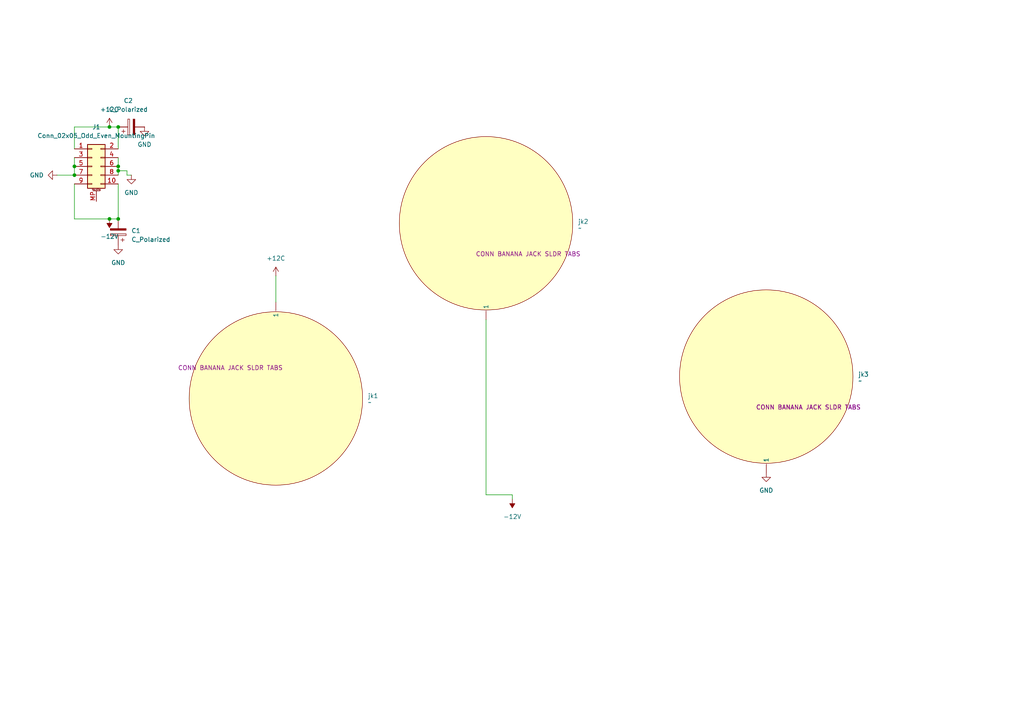
<source format=kicad_sch>
(kicad_sch (version 20231120) (generator "eeschema") (generator_version "8.0")
  (paper "A4")
  (lib_symbols
    (symbol "Connector_Generic_MountingPin:Conn_02x05_Odd_Even_MountingPin" (pin_names (offset 1.016) hide)
      (property "Reference" "J" (at 1.27 7.62 0))
      (property "Value" "Conn_02x05_Odd_Even_MountingPin" (at 2.54 -7.62 0))
      (symbol "Conn_02x05_Odd_Even_MountingPin_1_1"
        (rectangle (start -1.27 -4.953) (end 0 -5.207) (stroke (width 0.1524)))
        (rectangle (start -1.27 -2.413) (end 0 -2.667) (stroke (width 0.1524)))
        (rectangle (start -1.27 0.127) (end 0 -0.127) (stroke (width 0.1524)))
        (rectangle (start -1.27 2.667) (end 0 2.413) (stroke (width 0.1524)))
        (rectangle (start -1.27 5.207) (end 0 4.953) (stroke (width 0.1524)))
        (rectangle (start -1.27 6.35) (end 3.81 -6.35) (stroke (width 0.254)) (fill (type background)))
        (polyline (pts (xy 0.254 -7.112) (xy 2.286 -7.112)) (stroke (width 0.1524)))
        (rectangle (start 3.81 -4.953) (end 2.54 -5.207) (stroke (width 0.1524)))
        (rectangle (start 3.81 -2.413) (end 2.54 -2.667) (stroke (width 0.1524)))
        (rectangle (start 3.81 0.127) (end 2.54 -0.127) (stroke (width 0.1524)))
        (rectangle (start 3.81 2.667) (end 2.54 2.413) (stroke (width 0.1524)))
        (rectangle (start 3.81 5.207) (end 2.54 4.953) (stroke (width 0.1524)))
        (text "Mounting" (at 1.27 -6.731 0) (effects (font (size 0.381 0.381))))
        (pin passive line (at -5.08 5.08 0) (length 3.81) (name "Pin_1") (number "1"))
        (pin passive line (at 7.62 -5.08 180) (length 3.81) (name "Pin_10") (number "10"))
        (pin passive line (at 7.62 5.08 180) (length 3.81) (name "Pin_2") (number "2"))
        (pin passive line (at -5.08 2.54 0) (length 3.81) (name "Pin_3") (number "3"))
        (pin passive line (at 7.62 2.54 180) (length 3.81) (name "Pin_4") (number "4"))
        (pin passive line (at -5.08 0 0) (length 3.81) (name "Pin_5") (number "5"))
        (pin passive line (at 7.62 0 180) (length 3.81) (name "Pin_6") (number "6"))
        (pin passive line (at -5.08 -2.54 0) (length 3.81) (name "Pin_7") (number "7"))
        (pin passive line (at 7.62 -2.54 180) (length 3.81) (name "Pin_8") (number "8"))
        (pin passive line (at -5.08 -5.08 0) (length 3.81) (name "Pin_9") (number "9"))
        (pin passive line (at 1.27 -10.16 90) (length 3.048) (name "MountPin") (number "MP"))
      )
    )
    (symbol "Device:C_Polarized" (pin_numbers hide) (pin_names (offset 0.254))
      (property "Reference" "C" (at 0.635 2.54 0))
      (property "Value" "C_Polarized" (at 0.635 -2.54 0))
      (symbol "C_Polarized_0_1"
        (rectangle (start -2.286 0.508) (end 2.286 1.016))
        (polyline (pts (xy -1.778 2.286) (xy -0.762 2.286)))
        (polyline (pts (xy -1.27 2.794) (xy -1.27 1.778)))
        (rectangle (start 2.286 -0.508) (end -2.286 -1.016) (fill (type outline)))
      )
      (symbol "C_Polarized_1_1"
        (pin passive line (at 0 3.81 270) (length 2.794) (name "~") (number "1"))
        (pin passive line (at 0 -3.81 90) (length 2.794) (name "~") (number "2"))
      )
    )
    (symbol "adapterlib:bananaJack"
      (property "Reference" "jk" (at 0 0 0))
      (property "mfp#" "CONN BANANA JACK SLDR TABS " (at 0 0 0))
      (symbol "bananaJack_1_1"
        (circle (center -12.7 8.89) (radius 25.1447) (fill (type background)))
        (pin input line (at -12.7 -19.05 90) (length 2.54) (name "1") (number ""))
      )
    )
    (symbol "power:+12C" (power) (pin_numbers hide) (pin_names (offset 0) hide)
      (property "Value" "+12C" (at 0 3.556 0))
      (symbol "+12C_0_1"
        (polyline (pts (xy -0.762 1.27) (xy 0 2.54)))
        (polyline (pts (xy 0 0) (xy 0 2.54)))
        (polyline (pts (xy 0 2.54) (xy 0.762 1.27)))
      )
      (symbol "+12C_1_1"
        (pin power_in line (at 0 0 90) (length 0) (name "~") (number "1"))
      )
    )
    (symbol "power:-12V" (power) (pin_numbers hide) (pin_names (offset 0) hide)
      (property "Value" "-12V" (at 0 3.556 0))
      (symbol "-12V_0_0"
        (pin power_in line (at 0 0 90) (length 0) (name "~") (number "1"))
      )
      (symbol "-12V_0_1"
        (polyline (pts (xy 0 0) (xy 0 1.27) (xy 0.762 1.27) (xy 0 2.54) (xy -0.762 1.27) (xy 0 1.27)) (fill (type outline)))
      )
    )
    (symbol "power:GND" (power) (pin_numbers hide) (pin_names (offset 0) hide)
      (property "Value" "GND" (at 0 -3.81 0))
      (symbol "GND_0_1"
        (polyline (pts (xy 0 0) (xy 0 -1.27) (xy 1.27 -1.27) (xy 0 -2.54) (xy -1.27 -1.27) (xy 0 -1.27)))
      )
      (symbol "GND_1_1"
        (pin power_in line (at 0 0 270) (length 0) (name "~") (number "1"))
      )
    )
  )
  (junction (at 34.29 36.83))
  (junction (at 21.59 48.26))
  (junction (at 21.59 50.8))
  (junction (at 34.29 49.53))
  (junction (at 34.29 63.5))
  (junction (at 34.29 48.26))
  (junction (at 31.75 36.83))
  (junction (at 31.75 63.5))
  (wire (pts (xy 36.83 50.8) (xy 36.83 49.53)))
  (wire (pts (xy 21.59 45.72) (xy 21.59 48.26)))
  (wire (pts (xy 21.59 36.83) (xy 31.75 36.83)))
  (wire (pts (xy 21.59 53.34) (xy 21.59 63.5)))
  (wire (pts (xy 80.01 80.01) (xy 80.01 87.63)))
  (wire (pts (xy 36.83 49.53) (xy 34.29 49.53)))
  (wire (pts (xy 16.51 50.8) (xy 21.59 50.8)))
  (wire (pts (xy 31.75 63.5) (xy 34.29 63.5)))
  (wire (pts (xy 34.29 63.5) (xy 34.29 53.34)))
  (wire (pts (xy 140.97 143.51) (xy 140.97 92.71)))
  (wire (pts (xy 21.59 43.18) (xy 21.59 36.83)))
  (wire (pts (xy 34.29 36.83) (xy 34.29 43.18)))
  (wire (pts (xy 34.29 49.53) (xy 34.29 50.8)))
  (wire (pts (xy 34.29 48.26) (xy 34.29 49.53)))
  (wire (pts (xy 21.59 48.26) (xy 21.59 50.8)))
  (wire (pts (xy 21.59 63.5) (xy 31.75 63.5)))
  (wire (pts (xy 31.75 36.83) (xy 34.29 36.83)))
  (wire (pts (xy 38.1 50.8) (xy 36.83 50.8)))
  (wire (pts (xy 34.29 45.72) (xy 34.29 48.26)))
  (wire (pts (xy 140.97 143.51) (xy 148.59 143.51)))
  (wire (pts (xy 148.59 143.51) (xy 148.59 144.78)))
  (symbol (lib_id "power:+12C") (at 80.01 80.01 0) (unit 1)
    (property "Reference" "#PWR7" (effects (hide yes)))
    (property "Value" "+12C" (at 80.01 74.93 0))
    (property "Description" "Power symbol creates a global label with name \"+12C\"" (effects (hide yes)))
  )
  (symbol (lib_id "power:-12V") (at 31.75 63.5 180) (unit 1)
    (property "Reference" "#PWR3" (effects (hide yes)))
    (property "Value" "-12V" (at 31.75 68.58 0))
    (property "Description" "Power symbol creates a global label with name \"-12V\"" (effects (hide yes)))
  )
  (symbol (lib_id "Device:C_Polarized") (at 34.29 67.31 180) (unit 1)
    (property "Reference" "C1" (at 38.1 66.9289 0) (effects (justify right)))
    (property "Value" "C_Polarized" (at 38.1 69.4689 0) (effects (justify right)))
    (property "Description" "Polarized capacitor" (effects (hide yes)))
  )
  (symbol (lib_id "power:GND") (at 38.1 50.8 0) (unit 1)
    (property "Reference" "#PWR1" (effects (hide yes)))
    (property "Value" "GND" (at 38.1 55.88 0))
    (property "Description" "Power symbol creates a global label with name \"GND\" , ground" (effects (hide yes)))
  )
  (symbol (lib_id "power:-12V") (at 148.59 144.78 180) (unit 1)
    (property "Reference" "#PWR6" (effects (hide yes)))
    (property "Value" "-12V" (at 148.59 149.86 0))
    (property "Description" "Power symbol creates a global label with name \"-12V\"" (effects (hide yes)))
  )
  (symbol (lib_id "power:GND") (at 16.51 50.8 270) (unit 1)
    (property "Reference" "#PWR2" (effects (hide yes)))
    (property "Value" "GND" (at 12.7 50.7999 90) (effects (justify right)))
    (property "Description" "Power symbol creates a global label with name \"GND\" , ground" (effects (hide yes)))
  )
  (symbol (lib_id "Device:C_Polarized") (at 38.1 36.83 90) (unit 1)
    (property "Reference" "C2" (at 37.211 29.21 90))
    (property "Value" "C_Polarized" (at 37.211 31.75 90))
    (property "Description" "Polarized capacitor" (effects (hide yes)))
  )
  (symbol (lib_id "power:+12C") (at 31.75 36.83 0) (unit 1)
    (property "Reference" "#PWR4" (effects (hide yes)))
    (property "Value" "+12C" (at 31.75 31.75 0))
    (property "Description" "Power symbol creates a global label with name \"+12C\"" (effects (hide yes)))
  )
  (symbol (lib_id "power:GND") (at 41.91 36.83 0) (unit 1)
    (property "Reference" "#PWR9" (effects (hide yes)))
    (property "Value" "GND" (at 41.91 41.91 0))
    (property "Description" "Power symbol creates a global label with name \"GND\" , ground" (effects (hide yes)))
  )
  (symbol (lib_id "power:GND") (at 34.29 71.12 0) (unit 1)
    (property "Reference" "#PWR8" (effects (hide yes)))
    (property "Value" "GND" (at 34.29 76.2 0))
    (property "Description" "Power symbol creates a global label with name \"GND\" , ground" (effects (hide yes)))
  )
  (symbol (lib_id "adapterlib:bananaJack") (at 67.31 106.68 180) (unit 1)
    (property "Reference" "jk1" (at 106.68 114.8072 0) (effects (justify right)))
    (property "Value" "~" (at 106.68 116.7123 0) (effects (justify right)))
    (property "Footprint" "adapterpcblib:Banana" (effects (hide yes)))
    (property "mfp#" "CONN BANANA JACK SLDR TABS " (at 67.31 106.68 0))
  )
  (symbol (lib_id "Connector_Generic_MountingPin:Conn_02x05_Odd_Even_MountingPin") (at 26.67 48.26 0) (unit 1)
    (property "Reference" "J1" (at 27.94 36.83 0))
    (property "Value" "Conn_02x05_Odd_Even_MountingPin" (at 27.94 39.37 0))
    (property "Description" "Generic connectable mounting pin connector, double row, 02x05, odd/even pin numbering scheme (row 1 odd numbers, row 2 even numbers), script generated (kicad-library-utils/schlib/autogen/connector/)" (effects (hide yes)))
  )
  (symbol (lib_id "adapterlib:bananaJack") (at 234.95 118.11 0) (unit 1)
    (property "Reference" "jk3" (at 248.92 108.5849 0) (effects (justify left)))
    (property "Value" "~" (at 248.92 110.49 0) (effects (justify left)))
    (property "Footprint" "adapterpcblib:Banana" (effects (hide yes)))
    (property "mfp#" "CONN BANANA JACK SLDR TABS " (at 234.95 118.11 0))
  )
  (symbol (lib_id "adapterlib:bananaJack") (at 153.67 73.66 0) (unit 1)
    (property "Reference" "jk2" (at 167.64 64.2625 0) (effects (justify left)))
    (property "Value" "~" (at 167.64 66.1676 0) (effects (justify left)))
    (property "Footprint" "adapterpcblib:Banana" (effects (hide yes)))
    (property "mfp#" "CONN BANANA JACK SLDR TABS " (at 153.67 73.66 0))
  )
  (symbol (lib_id "power:GND") (at 222.25 137.16 0) (unit 1)
    (property "Reference" "#PWR5" (effects (hide yes)))
    (property "Value" "GND" (at 222.25 142.24 0))
    (property "Description" "Power symbol creates a global label with name \"GND\" , ground" (effects (hide yes)))
  )
)
</source>
